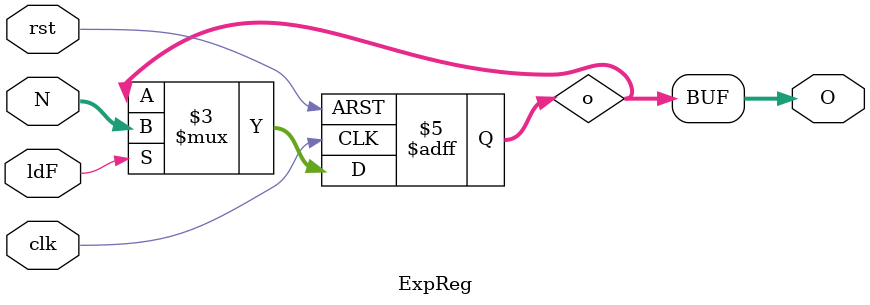
<source format=v>
module ExpReg(input clk, rst, ldF, input[7:0] N, output  [7:0] O);
	reg [7:0] o ;
	always@(posedge clk, posedge rst) begin
		if(rst) o <= 8'd0;
		else
			if(ldF) o <= N;
			else o <= o;
	end
	assign O = o;

endmodule

</source>
